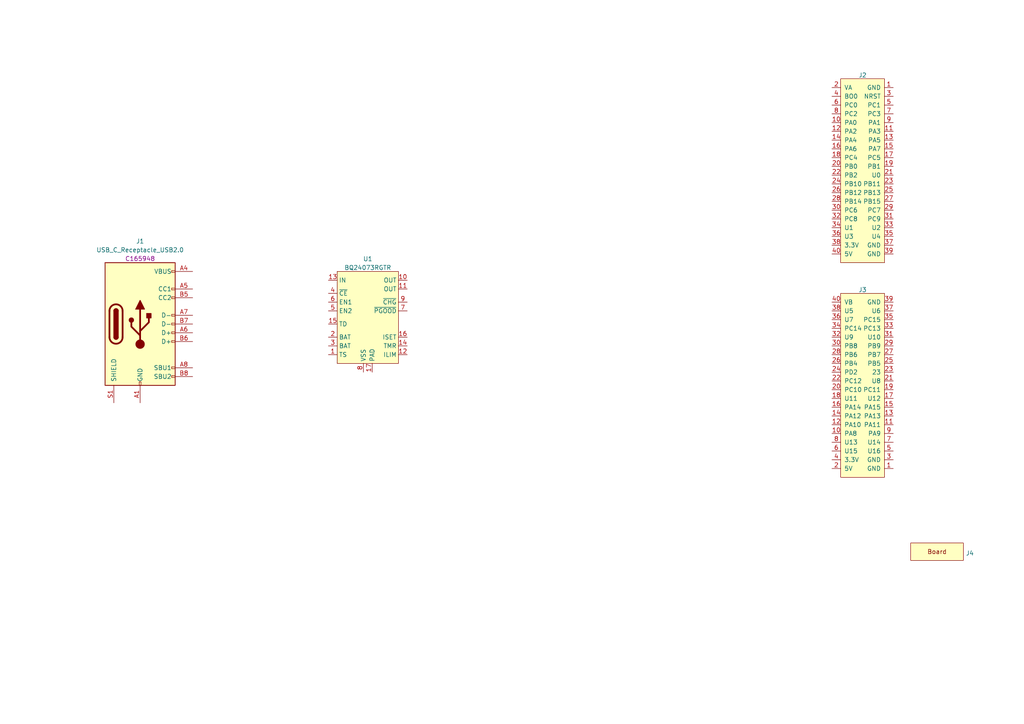
<source format=kicad_sch>
(kicad_sch (version 20211123) (generator eeschema)
  (paper "A4")
  (lib_symbols
    (symbol "stm32world:BQ24073RGTR"
      (property "Reference" "U" (at -7.62 16.51 0))
      (property "Value" "BQ24073RGTR" (at 8.89 16.51 0))
      (symbol "BQ24073RGTR_0_1"
        (rectangle (start -8.89 13.97) (end 8.89 -12.7) (stroke (width 0.1524)) (fill (type background)))
      )
      (symbol "BQ24073RGTR_1_1"
        (pin input line (at -11.43 -10.16 0) (length 2.54) (name "TS") (number "1"))
        (pin power_out line (at 11.43 11.43 180) (length 2.54) (name "OUT") (number "10"))
        (pin power_out line (at 11.43 8.89 180) (length 2.54) (name "OUT") (number "11"))
        (pin input line (at 11.43 -10.16 180) (length 2.54) (name "ILIM") (number "12"))
        (pin power_in line (at -11.43 11.43 0) (length 2.54) (name "IN") (number "13"))
        (pin input line (at 11.43 -7.62 180) (length 2.54) (name "TMR") (number "14"))
        (pin input line (at -11.43 -1.27 0) (length 2.54) (name "TD") (number "15"))
        (pin input line (at 11.43 -5.08 180) (length 2.54) (name "ISET") (number "16"))
        (pin power_in line (at 1.27 -15.24 90) (length 2.54) (name "PAD") (number "17"))
        (pin power_in line (at -11.43 -5.08 0) (length 2.54) (name "BAT") (number "2"))
        (pin power_in line (at -11.43 -7.62 0) (length 2.54) (name "BAT") (number "3"))
        (pin input line (at -11.43 7.62 0) (length 2.54) (name "~{CE}") (number "4"))
        (pin input line (at -11.43 2.54 0) (length 2.54) (name "EN2") (number "5"))
        (pin input line (at -11.43 5.08 0) (length 2.54) (name "EN1") (number "6"))
        (pin output line (at 11.43 2.54 180) (length 2.54) (name "~{PGOOD}") (number "7"))
        (pin power_in line (at -1.27 -15.24 90) (length 2.54) (name "VSS") (number "8"))
        (pin output line (at 11.43 5.08 180) (length 2.54) (name "~{CHG}") (number "9"))
      )
    )
    (symbol "stm32world:STM32WORLD_BOARD" (pin_names (offset 1.016))
      (property "Reference" "J" (at -6.35 3.81 0))
      (symbol "STM32WORLD_BOARD_0_0"
        (text "Board" (at 0 0 0) (effects (font (size 1.27 1.27))))
      )
      (symbol "STM32WORLD_BOARD_0_1"
        (rectangle (start -7.62 2.54) (end 7.62 -2.54) (stroke (width 0.1524)) (fill (type background)))
      )
    )
    (symbol "stm32world:STM32WORLD_CONNECTOR_1" (pin_names (offset 1.016))
      (property "Reference" "J" (at -6.35 27.94 0))
      (symbol "STM32WORLD_CONNECTOR_1_0_1"
        (rectangle (start -6.35 26.67) (end 6.35 -26.67) (fill (type background)))
      )
      (symbol "STM32WORLD_CONNECTOR_1_1_1"
        (pin passive line (at 8.89 24.13 180) (length 2.54) (name "GND") (number "1"))
        (pin passive line (at -8.89 13.97 0) (length 2.54) (name "PA0") (number "10"))
        (pin passive line (at 8.89 11.43 180) (length 2.54) (name "PA3") (number "11"))
        (pin passive line (at -8.89 11.43 0) (length 2.54) (name "PA2") (number "12"))
        (pin passive line (at 8.89 8.89 180) (length 2.54) (name "PA5") (number "13"))
        (pin passive line (at -8.89 8.89 0) (length 2.54) (name "PA4") (number "14"))
        (pin passive line (at 8.89 6.35 180) (length 2.54) (name "PA7") (number "15"))
        (pin passive line (at -8.89 6.35 0) (length 2.54) (name "PA6") (number "16"))
        (pin passive line (at 8.89 3.81 180) (length 2.54) (name "PC5") (number "17"))
        (pin passive line (at -8.89 3.81 0) (length 2.54) (name "PC4") (number "18"))
        (pin passive line (at 8.89 1.27 180) (length 2.54) (name "PB1") (number "19"))
        (pin passive line (at -8.89 24.13 0) (length 2.54) (name "VA") (number "2"))
        (pin passive line (at -8.89 1.27 0) (length 2.54) (name "PB0") (number "20"))
        (pin passive line (at 8.89 -1.27 180) (length 2.54) (name "U0") (number "21"))
        (pin passive line (at -8.89 -1.27 0) (length 2.54) (name "PB2") (number "22"))
        (pin passive line (at 8.89 -3.81 180) (length 2.54) (name "PB11") (number "23"))
        (pin passive line (at -8.89 -3.81 0) (length 2.54) (name "PB10") (number "24"))
        (pin passive line (at 8.89 -6.35 180) (length 2.54) (name "PB13") (number "25"))
        (pin passive line (at -8.89 -6.35 0) (length 2.54) (name "PB12") (number "26"))
        (pin passive line (at 8.89 -8.89 180) (length 2.54) (name "PB15") (number "27"))
        (pin passive line (at -8.89 -8.89 0) (length 2.54) (name "PB14") (number "28"))
        (pin passive line (at 8.89 -11.43 180) (length 2.54) (name "PC7") (number "29"))
        (pin passive line (at 8.89 21.59 180) (length 2.54) (name "NRST") (number "3"))
        (pin passive line (at -8.89 -11.43 0) (length 2.54) (name "PC6") (number "30"))
        (pin passive line (at 8.89 -13.97 180) (length 2.54) (name "PC9") (number "31"))
        (pin passive line (at -8.89 -13.97 0) (length 2.54) (name "PC8") (number "32"))
        (pin passive line (at 8.89 -16.51 180) (length 2.54) (name "U2") (number "33"))
        (pin passive line (at -8.89 -16.51 0) (length 2.54) (name "U1") (number "34"))
        (pin passive line (at 8.89 -19.05 180) (length 2.54) (name "U4") (number "35"))
        (pin passive line (at -8.89 -19.05 0) (length 2.54) (name "U3") (number "36"))
        (pin passive line (at 8.89 -21.59 180) (length 2.54) (name "GND") (number "37"))
        (pin passive line (at -8.89 -21.59 0) (length 2.54) (name "3.3V") (number "38"))
        (pin passive line (at 8.89 -24.13 180) (length 2.54) (name "GND") (number "39"))
        (pin passive line (at -8.89 21.59 0) (length 2.54) (name "BO0") (number "4"))
        (pin passive line (at -8.89 -24.13 0) (length 2.54) (name "5V") (number "40"))
        (pin passive line (at 8.89 19.05 180) (length 2.54) (name "PC1") (number "5"))
        (pin passive line (at -8.89 19.05 0) (length 2.54) (name "PC0") (number "6"))
        (pin passive line (at 8.89 16.51 180) (length 2.54) (name "PC3") (number "7"))
        (pin passive line (at -8.89 16.51 0) (length 2.54) (name "PC2") (number "8"))
        (pin passive line (at 8.89 13.97 180) (length 2.54) (name "PA1") (number "9"))
      )
    )
    (symbol "stm32world:STM32WORLD_CONNECTOR_2" (pin_names (offset 1.016))
      (property "Reference" "J" (at -5.08 27.94 0))
      (symbol "STM32WORLD_CONNECTOR_2_0_1"
        (rectangle (start 6.35 26.67) (end -6.35 -26.67) (fill (type background)))
      )
      (symbol "STM32WORLD_CONNECTOR_2_1_1"
        (pin passive line (at 8.89 -24.13 180) (length 2.54) (name "GND") (number "1"))
        (pin passive line (at -8.89 -13.97 0) (length 2.54) (name "PA8") (number "10"))
        (pin passive line (at 8.89 -11.43 180) (length 2.54) (name "PA11") (number "11"))
        (pin passive line (at -8.89 -11.43 0) (length 2.54) (name "PA10") (number "12"))
        (pin passive line (at 8.89 -8.89 180) (length 2.54) (name "PA13") (number "13"))
        (pin passive line (at -8.89 -8.89 0) (length 2.54) (name "PA12") (number "14"))
        (pin passive line (at 8.89 -6.35 180) (length 2.54) (name "PA15") (number "15"))
        (pin passive line (at -8.89 -6.35 0) (length 2.54) (name "PA14") (number "16"))
        (pin passive line (at 8.89 -3.81 180) (length 2.54) (name "U12") (number "17"))
        (pin passive line (at -8.89 -3.81 0) (length 2.54) (name "U11") (number "18"))
        (pin passive line (at 8.89 -1.27 180) (length 2.54) (name "PC11") (number "19"))
        (pin passive line (at -8.89 -24.13 0) (length 2.54) (name "5V") (number "2"))
        (pin passive line (at -8.89 -1.27 0) (length 2.54) (name "PC10") (number "20"))
        (pin passive line (at 8.89 1.27 180) (length 2.54) (name "U8") (number "21"))
        (pin passive line (at -8.89 1.27 0) (length 2.54) (name "PC12") (number "22"))
        (pin passive line (at 8.89 3.81 180) (length 2.54) (name "23") (number "23"))
        (pin passive line (at -8.89 3.81 0) (length 2.54) (name "PD2") (number "24"))
        (pin passive line (at 8.89 6.35 180) (length 2.54) (name "PB5") (number "25"))
        (pin passive line (at -8.89 6.35 0) (length 2.54) (name "PB4") (number "26"))
        (pin passive line (at 8.89 8.89 180) (length 2.54) (name "PB7") (number "27"))
        (pin passive line (at -8.89 8.89 0) (length 2.54) (name "PB6") (number "28"))
        (pin passive line (at 8.89 11.43 180) (length 2.54) (name "PB9") (number "29"))
        (pin passive line (at 8.89 -21.59 180) (length 2.54) (name "GND") (number "3"))
        (pin passive line (at -8.89 11.43 0) (length 2.54) (name "PB8") (number "30"))
        (pin passive line (at 8.89 13.97 180) (length 2.54) (name "U10") (number "31"))
        (pin passive line (at -8.89 13.97 0) (length 2.54) (name "U9") (number "32"))
        (pin passive line (at 8.89 16.51 180) (length 2.54) (name "PC13") (number "33"))
        (pin passive line (at -8.89 16.51 0) (length 2.54) (name "PC14") (number "34"))
        (pin passive line (at 8.89 19.05 180) (length 2.54) (name "PC15") (number "35"))
        (pin passive line (at -8.89 19.05 0) (length 2.54) (name "U7") (number "36"))
        (pin passive line (at 8.89 21.59 180) (length 2.54) (name "U6") (number "37"))
        (pin passive line (at -8.89 21.59 0) (length 2.54) (name "U5") (number "38"))
        (pin passive line (at 8.89 24.13 180) (length 2.54) (name "GND") (number "39"))
        (pin passive line (at -8.89 -21.59 0) (length 2.54) (name "3.3V") (number "4"))
        (pin passive line (at -8.89 24.13 0) (length 2.54) (name "VB") (number "40"))
        (pin passive line (at 8.89 -19.05 180) (length 2.54) (name "U16") (number "5"))
        (pin passive line (at -8.89 -19.05 0) (length 2.54) (name "U15") (number "6"))
        (pin passive line (at 8.89 -16.51 180) (length 2.54) (name "U14") (number "7"))
        (pin passive line (at -8.89 -16.51 0) (length 2.54) (name "U13") (number "8"))
        (pin passive line (at 8.89 -13.97 180) (length 2.54) (name "PA9") (number "9"))
      )
    )
    (symbol "stm32world:USB_C_Receptacle_USB2.0" (pin_names (offset 1.016))
      (property "Reference" "J" (at -10.16 19.05 0))
      (property "Value" "USB_C_Receptacle_USB2.0" (at 19.05 19.05 0))
      (property "LCSC" "C165948" (at 0 0 0))
      (symbol "USB_C_Receptacle_USB2.0_0_0"
        (rectangle (start -0.254 -17.78) (end 0.254 -16.764))
        (rectangle (start 10.16 -14.986) (end 9.144 -15.494))
        (rectangle (start 10.16 -12.446) (end 9.144 -12.954))
        (rectangle (start 10.16 -4.826) (end 9.144 -5.334))
        (rectangle (start 10.16 -2.286) (end 9.144 -2.794))
        (rectangle (start 10.16 0.254) (end 9.144 -0.254))
        (rectangle (start 10.16 2.794) (end 9.144 2.286))
        (rectangle (start 10.16 7.874) (end 9.144 7.366))
        (rectangle (start 10.16 10.414) (end 9.144 9.906))
        (rectangle (start 10.16 15.494) (end 9.144 14.986))
      )
      (symbol "USB_C_Receptacle_USB2.0_0_1"
        (rectangle (start -10.16 17.78) (end 10.16 -17.78) (stroke (width 0.254)) (fill (type background)))
        (arc (start -8.89 -3.81) (mid -6.985 -5.715) (end -5.08 -3.81) (stroke (width 0.508)))
        (arc (start -7.62 -3.81) (mid -6.985 -4.445) (end -6.35 -3.81) (stroke (width 0.254)))
        (arc (start -7.62 -3.81) (mid -6.985 -4.445) (end -6.35 -3.81) (stroke (width 0.254)) (fill (type outline)))
        (rectangle (start -7.62 -3.81) (end -6.35 3.81) (stroke (width 0.254)) (fill (type outline)))
        (arc (start -6.35 3.81) (mid -6.985 4.445) (end -7.62 3.81) (stroke (width 0.254)))
        (arc (start -6.35 3.81) (mid -6.985 4.445) (end -7.62 3.81) (stroke (width 0.254)) (fill (type outline)))
        (arc (start -5.08 3.81) (mid -6.985 5.715) (end -8.89 3.81) (stroke (width 0.508)))
        (circle (center -2.54 1.143) (radius 0.635) (stroke (width 0.254)) (fill (type outline)))
        (circle (center 0 -5.842) (radius 1.27) (fill (type outline)))
        (polyline (pts (xy -8.89 -3.81) (xy -8.89 3.81)) (stroke (width 0.508)))
        (polyline (pts (xy -5.08 3.81) (xy -5.08 -3.81)) (stroke (width 0.508)))
        (polyline (pts (xy 0 -5.842) (xy 0 4.318)) (stroke (width 0.508)))
        (polyline (pts (xy 0 -3.302) (xy -2.54 -0.762) (xy -2.54 0.508)) (stroke (width 0.508)))
        (polyline (pts (xy 0 -2.032) (xy 2.54 0.508) (xy 2.54 1.778)) (stroke (width 0.508)))
        (polyline (pts (xy -1.27 4.318) (xy 0 6.858) (xy 1.27 4.318) (xy -1.27 4.318)) (stroke (width 0.254)) (fill (type outline)))
        (rectangle (start 1.905 1.778) (end 3.175 3.048) (stroke (width 0.254)) (fill (type outline)))
      )
      (symbol "USB_C_Receptacle_USB2.0_1_1"
        (pin passive line (at 0 -22.86 90) (length 5.08) (name "GND") (number "A1"))
        (pin passive line (at 0 -22.86 90) (length 5.08) hide (name "GND") (number "A12"))
        (pin passive line (at 15.24 15.24 180) (length 5.08) (name "VBUS") (number "A4"))
        (pin bidirectional line (at 15.24 10.16 180) (length 5.08) (name "CC1") (number "A5"))
        (pin bidirectional line (at 15.24 -2.54 180) (length 5.08) (name "D+") (number "A6"))
        (pin bidirectional line (at 15.24 2.54 180) (length 5.08) (name "D-") (number "A7"))
        (pin bidirectional line (at 15.24 -12.7 180) (length 5.08) (name "SBU1") (number "A8"))
        (pin passive line (at 15.24 15.24 180) (length 5.08) hide (name "VBUS") (number "A9"))
        (pin passive line (at 0 -22.86 90) (length 5.08) hide (name "GND") (number "B1"))
        (pin passive line (at 0 -22.86 90) (length 5.08) hide (name "GND") (number "B12"))
        (pin passive line (at 15.24 15.24 180) (length 5.08) hide (name "VBUS") (number "B4"))
        (pin bidirectional line (at 15.24 7.62 180) (length 5.08) (name "CC2") (number "B5"))
        (pin bidirectional line (at 15.24 -5.08 180) (length 5.08) (name "D+") (number "B6"))
        (pin bidirectional line (at 15.24 0 180) (length 5.08) (name "D-") (number "B7"))
        (pin bidirectional line (at 15.24 -15.24 180) (length 5.08) (name "SBU2") (number "B8"))
        (pin passive line (at 15.24 15.24 180) (length 5.08) hide (name "VBUS") (number "B9"))
        (pin passive line (at -7.62 -22.86 90) (length 5.08) (name "SHIELD") (number "S1"))
      )
    )
  )
  (symbol (lib_id "stm32world:STM32WORLD_BOARD") (at 271.78 160.02 0) (unit 1)
    (property "Reference" "J4" (at 280.1112 160.4538 0) (effects (justify left)))
    (property "Value" "STM32WORLD_BOARD" (effects hide))
    (property "Footprint" "stm32world:STM32WORLD_BOARD" (effects hide))
  )
  (symbol (lib_id "stm32world:USB_C_Receptacle_USB2.0") (at 40.64 93.98 0) (unit 1)
    (property "Reference" "J1" (at 40.64 69.9634 0))
    (property "Value" "USB_C_Receptacle_USB2.0" (at 40.64 72.5003 0))
    (property "Footprint" "stm32world:USB_C_Receptacle_HRO_TYPE-C-31-M-12" (effects hide))
    (property "LCSC" "C165948" (at 40.64 75.0372 0))
  )
  (symbol (lib_id "stm32world:BQ24073RGTR") (at 106.68 92.71 0) (unit 1)
    (property "Reference" "U1" (at 106.68 75.091 0))
    (property "Value" "BQ24073RGTR" (at 106.68 77.6279 0))
    (property "Footprint" "Package_DFN_QFN:QFN-16-1EP_3x3mm_P0.5mm_EP1.7x1.7mm" (effects hide))
    (property "Datasheet" "https://www.ti.com/lit/ds/symlink/bq24073.pdf?ts=1663553367562&ref_url=https%253A%252F%252Fwww.ti.com%252Fproduct%252FBQ24073%253Futm_source%253Dgoogle%2526utm_medium%253Dcpc%2526utm_campaign%253Dapp-null-null-GPN_EN-cpc-pf-google-soas%2526utm_content%253DBQ24073%2526ds_k%253DBQ24073%2526DCM%253Dyes%2526gclsrc%253Dds%2526gclsrc%253Dds" (effects hide))
    (property "LCSC" "C15220" (effects hide))
  )
  (symbol (lib_id "stm32world:STM32WORLD_CONNECTOR_1") (at 250.19 49.53 0) (unit 1)
    (property "Reference" "J2" (at 250.19 21.8242 0))
    (property "Value" "STM32WORLD_CONNECTOR_1" (effects hide))
    (property "Footprint" "stm32world:PinSocket_2x20_P2.54mm_Vertical_Stackable" (effects hide))
    (property "LCSC" "C35165" (effects hide))
  )
  (symbol (lib_id "stm32world:STM32WORLD_CONNECTOR_2") (at 250.19 111.76 0) (unit 1)
    (property "Reference" "J3" (at 250.19 84.0542 0))
    (property "Value" "STM32WORLD_CONNECTOR_2" (effects hide))
    (property "Footprint" "stm32world:PinSocket_2x20_P2.54mm_Vertical_Stackable" (effects hide))
    (property "LCSC" "C35165" (effects hide))
  )
)
</source>
